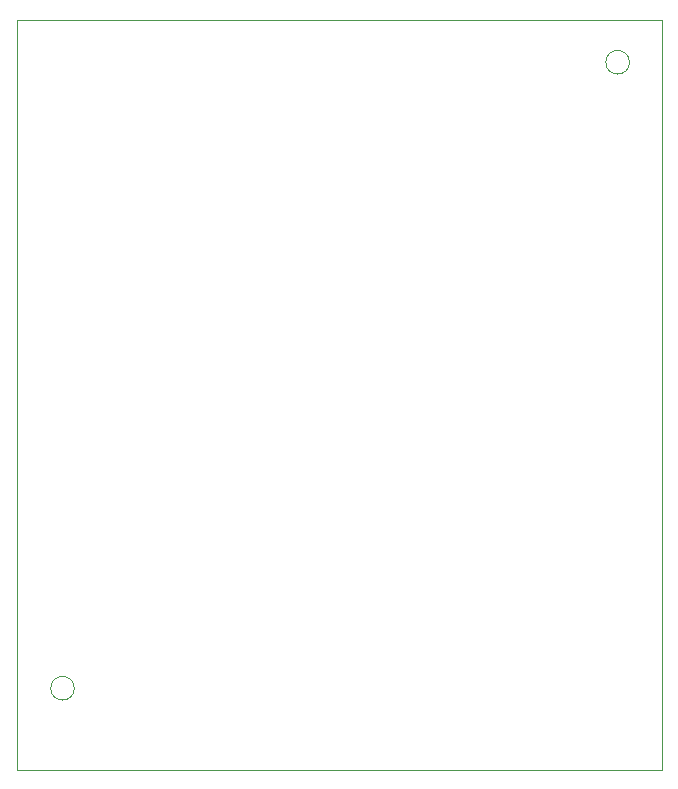
<source format=gbr>
%TF.GenerationSoftware,KiCad,Pcbnew,6.0.7+dfsg-3*%
%TF.CreationDate,2022-12-10T17:15:55-08:00*%
%TF.ProjectId,matrix_clock_kicad,6d617472-6978-45f6-936c-6f636b5f6b69,rev?*%
%TF.SameCoordinates,PX69fa208PY4509570*%
%TF.FileFunction,Profile,NP*%
%FSLAX46Y46*%
G04 Gerber Fmt 4.6, Leading zero omitted, Abs format (unit mm)*
G04 Created by KiCad (PCBNEW 6.0.7+dfsg-3) date 2022-12-10 17:15:55*
%MOMM*%
%LPD*%
G01*
G04 APERTURE LIST*
%TA.AperFunction,Profile*%
%ADD10C,0.100000*%
%TD*%
G04 APERTURE END LIST*
D10*
X4875000Y-56610000D02*
G75*
G03*
X4875000Y-56610000I-1000000J0D01*
G01*
X51875000Y-3610000D02*
G75*
G03*
X51875000Y-3610000I-1000000J0D01*
G01*
X0Y0D02*
X0Y-63500000D01*
X54610000Y0D02*
X0Y0D01*
X54610000Y-63500000D02*
X54610000Y0D01*
X0Y-63500000D02*
X54610000Y-63500000D01*
M02*

</source>
